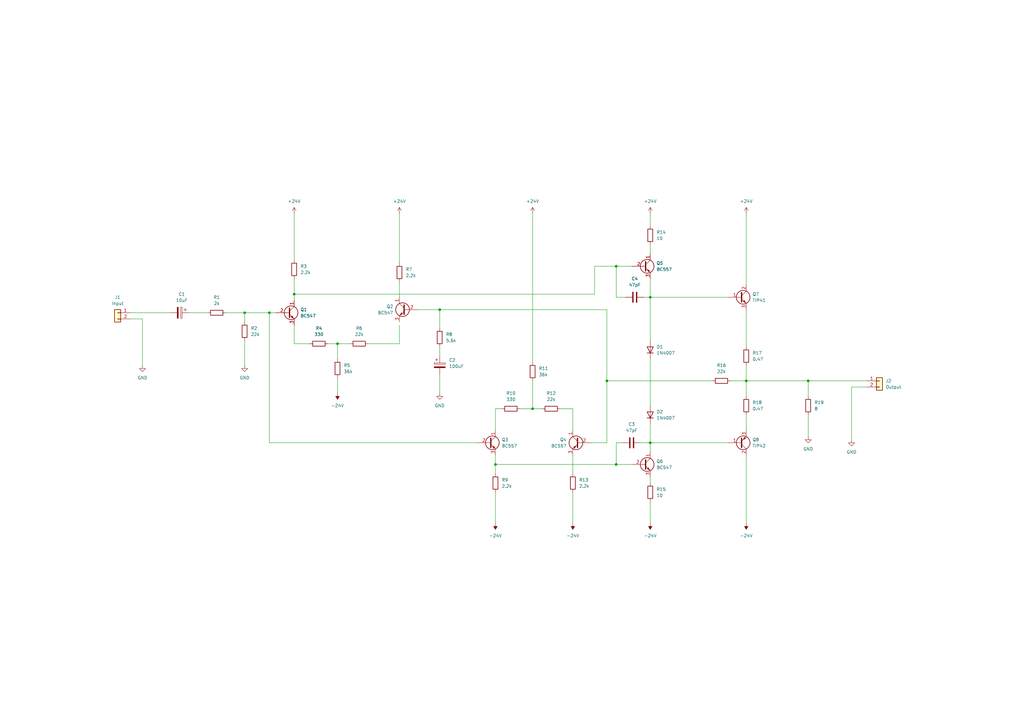
<source format=kicad_sch>
(kicad_sch (version 20211123) (generator eeschema)
  (paper "A3")
  (lib_symbols
    (symbol "Connector_Generic:Conn_01x02" (pin_names (offset 1.016) hide)
      (property "Reference" "J" (at 0 2.54 0))
      (property "Value" "Conn_01x02" (at 0 -5.08 0))
      (symbol "Conn_01x02_1_1"
        (rectangle (start -1.27 -2.413) (end 0 -2.667) (stroke (width 0.1524)))
        (rectangle (start -1.27 0.127) (end 0 -0.127) (stroke (width 0.1524)))
        (rectangle (start -1.27 1.27) (end 1.27 -3.81) (stroke (width 0.254)) (fill (type background)))
        (pin passive line (at -5.08 0 0) (length 3.81) (name "Pin_1") (number "1"))
        (pin passive line (at -5.08 -2.54 0) (length 3.81) (name "Pin_2") (number "2"))
      )
    )
    (symbol "Device:C" (pin_numbers hide) (pin_names (offset 0.254))
      (property "Reference" "C" (at 0.635 2.54 0))
      (property "Value" "C" (at 0.635 -2.54 0))
      (symbol "C_0_1"
        (polyline (pts (xy -2.032 -0.762) (xy 2.032 -0.762)) (stroke (width 0.508)))
        (polyline (pts (xy -2.032 0.762) (xy 2.032 0.762)) (stroke (width 0.508)))
      )
      (symbol "C_1_1"
        (pin passive line (at 0 3.81 270) (length 2.794) (name "~") (number "1"))
        (pin passive line (at 0 -3.81 90) (length 2.794) (name "~") (number "2"))
      )
    )
    (symbol "Device:C_Polarized" (pin_numbers hide) (pin_names (offset 0.254))
      (property "Reference" "C" (at 0.635 2.54 0))
      (property "Value" "C_Polarized" (at 0.635 -2.54 0))
      (symbol "C_Polarized_0_1"
        (rectangle (start -2.286 0.508) (end 2.286 1.016))
        (polyline (pts (xy -1.778 2.286) (xy -0.762 2.286)))
        (polyline (pts (xy -1.27 2.794) (xy -1.27 1.778)))
        (rectangle (start 2.286 -0.508) (end -2.286 -1.016) (fill (type outline)))
      )
      (symbol "C_Polarized_1_1"
        (pin passive line (at 0 3.81 270) (length 2.794) (name "~") (number "1"))
        (pin passive line (at 0 -3.81 90) (length 2.794) (name "~") (number "2"))
      )
    )
    (symbol "Device:R" (pin_numbers hide) (pin_names (offset 0))
      (property "Reference" "R" (at 2.032 0 90))
      (property "Value" "R" (at 0 0 90))
      (symbol "R_0_1"
        (rectangle (start -1.016 -2.54) (end 1.016 2.54) (stroke (width 0.254)))
      )
      (symbol "R_1_1"
        (pin passive line (at 0 3.81 270) (length 1.27) (name "~") (number "1"))
        (pin passive line (at 0 -3.81 90) (length 1.27) (name "~") (number "2"))
      )
    )
    (symbol "Diode:1N4007" (pin_numbers hide) (pin_names (offset 1.016) hide)
      (property "Reference" "D" (at 0 2.54 0))
      (property "Value" "1N4007" (at 0 -2.54 0))
      (symbol "1N4007_0_1"
        (polyline (pts (xy -1.27 1.27) (xy -1.27 -1.27)) (stroke (width 0.254)))
        (polyline (pts (xy 1.27 0) (xy -1.27 0)))
        (polyline (pts (xy 1.27 1.27) (xy 1.27 -1.27) (xy -1.27 0) (xy 1.27 1.27)) (stroke (width 0.254)))
      )
      (symbol "1N4007_1_1"
        (pin passive line (at -3.81 0 0) (length 2.54) (name "K") (number "1"))
        (pin passive line (at 3.81 0 180) (length 2.54) (name "A") (number "2"))
      )
    )
    (symbol "Transistor_BJT:BC547" (pin_names (offset 0) hide)
      (property "Reference" "Q" (at 5.08 1.905 0))
      (property "Value" "BC547" (at 5.08 0 0))
      (symbol "BC547_0_1"
        (polyline (pts (xy 0 0) (xy 0.635 0)))
        (polyline (pts (xy 0.635 0.635) (xy 2.54 2.54)))
        (polyline (pts (xy 0.635 -0.635) (xy 2.54 -2.54) (xy 2.54 -2.54)))
        (polyline (pts (xy 0.635 1.905) (xy 0.635 -1.905) (xy 0.635 -1.905)) (stroke (width 0.508)))
        (polyline (pts (xy 1.27 -1.778) (xy 1.778 -1.27) (xy 2.286 -2.286) (xy 1.27 -1.778) (xy 1.27 -1.778)) (fill (type outline)))
        (circle (center 1.27 0) (radius 2.8194) (stroke (width 0.254)))
      )
      (symbol "BC547_1_1"
        (pin passive line (at 2.54 5.08 270) (length 2.54) (name "C") (number "1"))
        (pin input line (at -5.08 0 0) (length 5.08) (name "B") (number "2"))
        (pin passive line (at 2.54 -5.08 90) (length 2.54) (name "E") (number "3"))
      )
    )
    (symbol "Transistor_BJT:BC557" (pin_names (offset 0) hide)
      (property "Reference" "Q" (at 5.08 1.905 0))
      (property "Value" "BC557" (at 5.08 0 0))
      (symbol "BC557_0_1"
        (polyline (pts (xy 0.635 0.635) (xy 2.54 2.54)))
        (polyline (pts (xy 0.635 -0.635) (xy 2.54 -2.54) (xy 2.54 -2.54)))
        (polyline (pts (xy 0.635 1.905) (xy 0.635 -1.905) (xy 0.635 -1.905)) (stroke (width 0.508)))
        (polyline (pts (xy 2.286 -1.778) (xy 1.778 -2.286) (xy 1.27 -1.27) (xy 2.286 -1.778) (xy 2.286 -1.778)) (fill (type outline)))
        (circle (center 1.27 0) (radius 2.8194) (stroke (width 0.254)))
      )
      (symbol "BC557_1_1"
        (pin passive line (at 2.54 5.08 270) (length 2.54) (name "C") (number "1"))
        (pin input line (at -5.08 0 0) (length 5.715) (name "B") (number "2"))
        (pin passive line (at 2.54 -5.08 90) (length 2.54) (name "E") (number "3"))
      )
    )
    (symbol "Transistor_BJT:TIP41" (pin_names (offset 0) hide)
      (property "Reference" "Q" (at 6.35 1.905 0))
      (property "Value" "TIP41" (at 6.35 0 0))
      (symbol "TIP41_0_1"
        (polyline (pts (xy 0.635 0.635) (xy 2.54 2.54)))
        (polyline (pts (xy 0.635 -0.635) (xy 2.54 -2.54) (xy 2.54 -2.54)))
        (polyline (pts (xy 0.635 1.905) (xy 0.635 -1.905) (xy 0.635 -1.905)) (stroke (width 0.508)))
        (polyline (pts (xy 1.27 -1.778) (xy 1.778 -1.27) (xy 2.286 -2.286) (xy 1.27 -1.778) (xy 1.27 -1.778)) (fill (type outline)))
        (circle (center 1.27 0) (radius 2.8194) (stroke (width 0.254)))
      )
      (symbol "TIP41_1_1"
        (pin input line (at -5.08 0 0) (length 5.715) (name "B") (number "1"))
        (pin passive line (at 2.54 5.08 270) (length 2.54) (name "C") (number "2"))
        (pin passive line (at 2.54 -5.08 90) (length 2.54) (name "E") (number "3"))
      )
    )
    (symbol "Transistor_BJT:TIP42" (pin_names (offset 0) hide)
      (property "Reference" "Q" (at 6.35 1.905 0))
      (property "Value" "TIP42" (at 6.35 0 0))
      (symbol "TIP42_0_1"
        (polyline (pts (xy 0.635 0.635) (xy 2.54 2.54)))
        (polyline (pts (xy 0.635 -0.635) (xy 2.54 -2.54) (xy 2.54 -2.54)))
        (polyline (pts (xy 0.635 1.905) (xy 0.635 -1.905) (xy 0.635 -1.905)) (stroke (width 0.508)))
        (polyline (pts (xy 2.286 -1.778) (xy 1.778 -2.286) (xy 1.27 -1.27) (xy 2.286 -1.778) (xy 2.286 -1.778)) (fill (type outline)))
        (circle (center 1.27 0) (radius 2.8194) (stroke (width 0.254)))
      )
      (symbol "TIP42_1_1"
        (pin input line (at -5.08 0 0) (length 5.715) (name "B") (number "1"))
        (pin passive line (at 2.54 5.08 270) (length 2.54) (name "C") (number "2"))
        (pin passive line (at 2.54 -5.08 90) (length 2.54) (name "E") (number "3"))
      )
    )
    (symbol "power:+24V" (power) (pin_names (offset 0))
      (property "Value" "+24V" (at 0 3.556 0))
      (symbol "+24V_0_1"
        (polyline (pts (xy -0.762 1.27) (xy 0 2.54)))
        (polyline (pts (xy 0 0) (xy 0 2.54)))
        (polyline (pts (xy 0 2.54) (xy 0.762 1.27)))
      )
      (symbol "+24V_1_1"
        (pin power_in line (at 0 0 90) (length 0) hide (name "+24V") (number "1"))
      )
    )
    (symbol "power:-24V" (power) (pin_names (offset 0))
      (property "Value" "-24V" (at 0 3.81 0))
      (symbol "-24V_0_0"
        (pin power_in line (at 0 0 90) (length 0) hide (name "-24V") (number "1"))
      )
      (symbol "-24V_0_1"
        (polyline (pts (xy 0 0) (xy 0 1.27) (xy 0.762 1.27) (xy 0 2.54) (xy -0.762 1.27) (xy 0 1.27)) (fill (type outline)))
      )
    )
    (symbol "power:GND" (power) (pin_names (offset 0))
      (property "Value" "GND" (at 0 -3.81 0))
      (symbol "GND_0_1"
        (polyline (pts (xy 0 0) (xy 0 -1.27) (xy 1.27 -1.27) (xy 0 -2.54) (xy -1.27 -1.27) (xy 0 -1.27)))
      )
      (symbol "GND_1_1"
        (pin power_in line (at 0 0 270) (length 0) hide (name "GND") (number "1"))
      )
    )
  )
  (junction (at 248.92 156.21))
  (junction (at 266.7 181.61))
  (junction (at 266.7 121.92))
  (junction (at 306.07 156.21))
  (junction (at 252.73 190.5))
  (junction (at 218.44 167.64))
  (junction (at 331.47 156.21))
  (junction (at 180.34 127))
  (junction (at 100.33 128.27))
  (junction (at 252.73 109.22))
  (junction (at 110.49 128.27))
  (junction (at 138.43 140.97))
  (junction (at 203.2 190.5))
  (junction (at 120.65 120.65))
  (wire (pts (xy 229.87 167.64) (xy 234.95 167.64)))
  (wire (pts (xy 331.47 170.18) (xy 331.47 179.07)))
  (wire (pts (xy 138.43 140.97) (xy 138.43 147.32)))
  (wire (pts (xy 120.65 87.63) (xy 120.65 106.68)))
  (wire (pts (xy 180.34 127) (xy 180.34 134.62)))
  (wire (pts (xy 180.34 153.67) (xy 180.34 161.29)))
  (wire (pts (xy 349.25 158.75) (xy 355.6 158.75)))
  (wire (pts (xy 100.33 139.7) (xy 100.33 149.86)))
  (wire (pts (xy 266.7 121.92) (xy 266.7 139.7)))
  (wire (pts (xy 243.84 109.22) (xy 243.84 120.65)))
  (wire (pts (xy 242.57 181.61) (xy 248.92 181.61)))
  (wire (pts (xy 53.34 128.27) (xy 69.85 128.27)))
  (wire (pts (xy 299.72 156.21) (xy 306.07 156.21)))
  (wire (pts (xy 266.7 173.99) (xy 266.7 181.61)))
  (wire (pts (xy 252.73 190.5) (xy 259.08 190.5)))
  (wire (pts (xy 171.45 127) (xy 180.34 127)))
  (wire (pts (xy 255.27 181.61) (xy 252.73 181.61)))
  (wire (pts (xy 110.49 128.27) (xy 110.49 181.61)))
  (wire (pts (xy 110.49 181.61) (xy 195.58 181.61)))
  (wire (pts (xy 266.7 147.32) (xy 266.7 166.37)))
  (wire (pts (xy 266.7 87.63) (xy 266.7 92.71)))
  (wire (pts (xy 306.07 127) (xy 306.07 142.24)))
  (wire (pts (xy 306.07 170.18) (xy 306.07 176.53)))
  (wire (pts (xy 248.92 156.21) (xy 292.1 156.21)))
  (wire (pts (xy 58.42 130.81) (xy 58.42 149.86)))
  (wire (pts (xy 349.25 180.34) (xy 349.25 158.75)))
  (wire (pts (xy 266.7 205.74) (xy 266.7 214.63)))
  (wire (pts (xy 110.49 128.27) (xy 113.03 128.27)))
  (wire (pts (xy 120.65 140.97) (xy 127 140.97)))
  (wire (pts (xy 163.83 115.57) (xy 163.83 121.92)))
  (wire (pts (xy 203.2 176.53) (xy 203.2 167.64)))
  (wire (pts (xy 262.89 181.61) (xy 266.7 181.61)))
  (wire (pts (xy 203.2 190.5) (xy 203.2 194.31)))
  (wire (pts (xy 120.65 120.65) (xy 120.65 123.19)))
  (wire (pts (xy 248.92 127) (xy 180.34 127)))
  (wire (pts (xy 266.7 100.33) (xy 266.7 104.14)))
  (wire (pts (xy 234.95 201.93) (xy 234.95 214.63)))
  (wire (pts (xy 306.07 186.69) (xy 306.07 214.63)))
  (wire (pts (xy 252.73 109.22) (xy 259.08 109.22)))
  (wire (pts (xy 180.34 142.24) (xy 180.34 146.05)))
  (wire (pts (xy 218.44 87.63) (xy 218.44 148.59)))
  (wire (pts (xy 248.92 156.21) (xy 248.92 127)))
  (wire (pts (xy 248.92 181.61) (xy 248.92 156.21)))
  (wire (pts (xy 331.47 156.21) (xy 355.6 156.21)))
  (wire (pts (xy 218.44 167.64) (xy 222.25 167.64)))
  (wire (pts (xy 120.65 114.3) (xy 120.65 120.65)))
  (wire (pts (xy 252.73 181.61) (xy 252.73 190.5)))
  (wire (pts (xy 266.7 195.58) (xy 266.7 198.12)))
  (wire (pts (xy 203.2 167.64) (xy 205.74 167.64)))
  (wire (pts (xy 120.65 133.35) (xy 120.65 140.97)))
  (wire (pts (xy 138.43 154.94) (xy 138.43 161.29)))
  (wire (pts (xy 306.07 149.86) (xy 306.07 156.21)))
  (wire (pts (xy 163.83 133.35) (xy 163.83 140.97)))
  (wire (pts (xy 77.47 128.27) (xy 85.09 128.27)))
  (wire (pts (xy 203.2 186.69) (xy 203.2 190.5)))
  (wire (pts (xy 252.73 121.92) (xy 252.73 109.22)))
  (wire (pts (xy 266.7 181.61) (xy 266.7 185.42)))
  (wire (pts (xy 203.2 201.93) (xy 203.2 214.63)))
  (wire (pts (xy 138.43 140.97) (xy 143.51 140.97)))
  (wire (pts (xy 218.44 156.21) (xy 218.44 167.64)))
  (wire (pts (xy 213.36 167.64) (xy 218.44 167.64)))
  (wire (pts (xy 306.07 156.21) (xy 331.47 156.21)))
  (wire (pts (xy 120.65 120.65) (xy 243.84 120.65)))
  (wire (pts (xy 92.71 128.27) (xy 100.33 128.27)))
  (wire (pts (xy 264.16 121.92) (xy 266.7 121.92)))
  (wire (pts (xy 306.07 156.21) (xy 306.07 162.56)))
  (wire (pts (xy 234.95 167.64) (xy 234.95 176.53)))
  (wire (pts (xy 163.83 87.63) (xy 163.83 107.95)))
  (wire (pts (xy 252.73 109.22) (xy 243.84 109.22)))
  (wire (pts (xy 256.54 121.92) (xy 252.73 121.92)))
  (wire (pts (xy 53.34 130.81) (xy 58.42 130.81)))
  (wire (pts (xy 234.95 186.69) (xy 234.95 194.31)))
  (wire (pts (xy 100.33 128.27) (xy 110.49 128.27)))
  (wire (pts (xy 266.7 121.92) (xy 298.45 121.92)))
  (wire (pts (xy 163.83 140.97) (xy 151.13 140.97)))
  (wire (pts (xy 306.07 87.63) (xy 306.07 116.84)))
  (wire (pts (xy 134.62 140.97) (xy 138.43 140.97)))
  (wire (pts (xy 266.7 114.3) (xy 266.7 121.92)))
  (wire (pts (xy 100.33 128.27) (xy 100.33 132.08)))
  (wire (pts (xy 331.47 156.21) (xy 331.47 162.56)))
  (wire (pts (xy 203.2 190.5) (xy 252.73 190.5)))
  (wire (pts (xy 266.7 181.61) (xy 298.45 181.61)))
  (symbol (lib_id "Device:R") (at 203.2 198.12 0) (unit 1)
    (property "Reference" "R9" (at 205.74 196.8499 0) (effects (justify left)))
    (property "Value" "2.2k" (at 205.74 199.3899 0) (effects (justify left)))
  )
  (symbol (lib_id "Device:R") (at 130.81 140.97 270) (unit 1)
    (property "Reference" "R4" (at 130.81 134.62 90))
    (property "Value" "330" (at 130.81 137.16 90))
  )
  (symbol (lib_id "Transistor_BJT:BC557") (at 264.16 109.22 0) (unit 1)
    (property "Reference" "Q5" (at 269.24 107.9499 0) (effects (justify left)))
    (property "Value" "BC557" (at 269.24 110.4899 0) (effects (justify left)))
    (property "Footprint" "Package_TO_SOT_THT:TO-92_Inline" (effects hide))
    (property "Datasheet" "https://www.onsemi.com/pub/Collateral/BC556BTA-D.pdf" (effects hide))
  )
  (symbol (lib_id "Device:C") (at 260.35 121.92 90) (unit 1)
    (property "Reference" "C4" (at 260.35 114.3 90))
    (property "Value" "47pF" (at 260.35 116.84 90))
  )
  (symbol (lib_id "power:GND") (at 180.34 161.29 0) (unit 1)
    (property "Reference" "#PWR06" (effects hide))
    (property "Value" "GND" (at 180.34 166.37 0))
  )
  (symbol (lib_id "Device:C_Polarized") (at 73.66 128.27 270) (unit 1)
    (property "Reference" "C1" (at 74.549 120.65 90))
    (property "Value" "10uF" (at 74.549 123.19 90))
  )
  (symbol (lib_id "power:GND") (at 331.47 179.07 0) (unit 1)
    (property "Reference" "#PWR014" (effects hide))
    (property "Value" "GND" (at 331.47 184.15 0))
  )
  (symbol (lib_id "Device:R") (at 88.9 128.27 90) (unit 1)
    (property "Reference" "R1" (at 88.9 121.92 90))
    (property "Value" "2k" (at 88.9 124.46 90))
  )
  (symbol (lib_id "Device:R") (at 306.07 146.05 0) (unit 1)
    (property "Reference" "R17" (at 308.61 144.7799 0) (effects (justify left)))
    (property "Value" "0.47" (at 308.61 147.3199 0) (effects (justify left)))
  )
  (symbol (lib_id "Device:R") (at 180.34 138.43 180) (unit 1)
    (property "Reference" "R8" (at 182.88 137.1599 0) (effects (justify right)))
    (property "Value" "5.6k" (at 182.88 139.6999 0) (effects (justify right)))
  )
  (symbol (lib_id "power:-24V") (at 203.2 214.63 180) (unit 1)
    (property "Reference" "#PWR07" (effects hide))
    (property "Value" "-24V" (at 203.2 219.71 0))
  )
  (symbol (lib_id "Transistor_BJT:BC557") (at 200.66 181.61 0) (unit 1)
    (property "Reference" "Q3" (at 205.74 180.3399 0) (effects (justify left)))
    (property "Value" "BC557" (at 205.74 182.8799 0) (effects (justify left)))
    (property "Footprint" "Package_TO_SOT_THT:TO-92_Inline" (effects hide))
    (property "Datasheet" "https://www.onsemi.com/pub/Collateral/BC556BTA-D.pdf" (effects hide))
  )
  (symbol (lib_id "Device:R") (at 138.43 151.13 0) (unit 1)
    (property "Reference" "R5" (at 140.97 149.8599 0) (effects (justify left)))
    (property "Value" "36k" (at 140.97 152.3999 0) (effects (justify left)))
  )
  (symbol (lib_id "Transistor_BJT:TIP41") (at 303.53 121.92 0) (unit 1)
    (property "Reference" "Q7" (at 308.61 120.6499 0) (effects (justify left)))
    (property "Value" "TIP41" (at 308.61 123.1899 0) (effects (justify left)))
    (property "Footprint" "Package_TO_SOT_THT:TO-220-3_Vertical" (effects hide))
    (property "Datasheet" "https://www.centralsemi.com/get_document.php?cmp=1&mergetype=pd&mergepath=pd&pdf_id=tip41.PDF" (effects hide))
  )
  (symbol (lib_id "Device:R") (at 306.07 166.37 0) (unit 1)
    (property "Reference" "R18" (at 308.61 165.0999 0) (effects (justify left)))
    (property "Value" "0.47" (at 308.61 167.6399 0) (effects (justify left)))
  )
  (symbol (lib_id "Device:R") (at 163.83 111.76 180) (unit 1)
    (property "Reference" "R7" (at 166.37 110.4899 0) (effects (justify right)))
    (property "Value" "2.2k" (at 166.37 113.0299 0) (effects (justify right)))
  )
  (symbol (lib_id "Device:R") (at 120.65 110.49 180) (unit 1)
    (property "Reference" "R3" (at 123.19 109.2199 0) (effects (justify right)))
    (property "Value" "2.2k" (at 123.19 111.7599 0) (effects (justify right)))
  )
  (symbol (lib_id "power:-24V") (at 306.07 214.63 180) (unit 1)
    (property "Reference" "#PWR013" (effects hide))
    (property "Value" "-24V" (at 306.07 219.71 0))
  )
  (symbol (lib_id "power:+24V") (at 163.83 87.63 0) (unit 1)
    (property "Reference" "#PWR05" (effects hide))
    (property "Value" "+24V" (at 163.83 82.55 0))
  )
  (symbol (lib_id "Device:R") (at 147.32 140.97 270) (unit 1)
    (property "Reference" "R6" (at 147.32 134.62 90))
    (property "Value" "22k" (at 147.32 137.16 90))
  )
  (symbol (lib_id "power:-24V") (at 234.95 214.63 180) (unit 1)
    (property "Reference" "#PWR09" (effects hide))
    (property "Value" "-24V" (at 234.95 219.71 0))
  )
  (symbol (lib_id "Device:R") (at 295.91 156.21 90) (unit 1)
    (property "Reference" "R16" (at 295.91 149.86 90))
    (property "Value" "22k" (at 295.91 152.4 90))
  )
  (symbol (lib_id "Device:R") (at 209.55 167.64 270) (unit 1)
    (property "Reference" "R10" (at 209.55 161.29 90))
    (property "Value" "330" (at 209.55 163.83 90))
  )
  (symbol (lib_id "power:GND") (at 349.25 180.34 0) (unit 1)
    (property "Reference" "#PWR015" (effects hide))
    (property "Value" "GND" (at 349.25 185.42 0))
  )
  (symbol (lib_id "power:+24V") (at 218.44 87.63 0) (unit 1)
    (property "Reference" "#PWR08" (effects hide))
    (property "Value" "+24V" (at 218.44 82.55 0))
  )
  (symbol (lib_id "Transistor_BJT:BC547") (at 118.11 128.27 0) (unit 1)
    (property "Reference" "Q1" (at 123.19 126.9999 0) (effects (justify left)))
    (property "Value" "BC547" (at 123.19 129.5399 0) (effects (justify left)))
    (property "Footprint" "Package_TO_SOT_THT:TO-92_Inline" (effects hide))
    (property "Datasheet" "https://www.onsemi.com/pub/Collateral/BC550-D.pdf" (effects hide))
  )
  (symbol (lib_id "Device:R") (at 266.7 96.52 0) (unit 1)
    (property "Reference" "R14" (at 269.24 95.2499 0) (effects (justify left)))
    (property "Value" "10" (at 269.24 97.7899 0) (effects (justify left)))
  )
  (symbol (lib_id "Device:R") (at 100.33 135.89 180) (unit 1)
    (property "Reference" "R2" (at 102.87 134.6199 0) (effects (justify right)))
    (property "Value" "22k" (at 102.87 137.1599 0) (effects (justify right)))
  )
  (symbol (lib_id "power:+24V") (at 120.65 87.63 0) (unit 1)
    (property "Reference" "#PWR03" (effects hide))
    (property "Value" "+24V" (at 120.65 82.55 0))
  )
  (symbol (lib_id "power:-24V") (at 138.43 161.29 180) (unit 1)
    (property "Reference" "#PWR04" (effects hide))
    (property "Value" "-24V" (at 138.43 166.37 0))
  )
  (symbol (lib_id "power:-24V") (at 266.7 214.63 180) (unit 1)
    (property "Reference" "#PWR011" (effects hide))
    (property "Value" "-24V" (at 266.7 219.71 0))
  )
  (symbol (lib_id "power:GND") (at 58.42 149.86 0) (unit 1)
    (property "Reference" "#PWR01" (effects hide))
    (property "Value" "GND" (at 58.42 154.94 0))
  )
  (symbol (lib_id "Transistor_BJT:TIP42") (at 303.53 181.61 0) (mirror x) (unit 1)
    (property "Reference" "Q8" (at 308.61 180.3399 0) (effects (justify left)))
    (property "Value" "TIP42" (at 308.61 182.8799 0) (effects (justify left)))
    (property "Footprint" "Package_TO_SOT_THT:TO-220-3_Vertical" (effects hide))
    (property "Datasheet" "https://www.centralsemi.com/get_document.php?cmp=1&mergetype=pd&mergepath=pd&pdf_id=TIP42.PDF" (effects hide))
  )
  (symbol (lib_id "Connector_Generic:Conn_01x02") (at 360.68 156.21 0) (unit 1)
    (property "Reference" "J2" (at 363.22 156.2099 0) (effects (justify left)))
    (property "Value" "Output" (at 363.22 158.7499 0) (effects (justify left)))
  )
  (symbol (lib_id "Device:C_Polarized") (at 180.34 149.86 0) (unit 1)
    (property "Reference" "C2" (at 184.15 147.7009 0) (effects (justify left)))
    (property "Value" "100uF" (at 184.15 150.2409 0) (effects (justify left)))
  )
  (symbol (lib_id "Device:R") (at 266.7 201.93 0) (unit 1)
    (property "Reference" "R15" (at 269.24 200.6599 0) (effects (justify left)))
    (property "Value" "10" (at 269.24 203.1999 0) (effects (justify left)))
  )
  (symbol (lib_id "power:GND") (at 100.33 149.86 0) (unit 1)
    (property "Reference" "#PWR02" (effects hide))
    (property "Value" "GND" (at 100.33 154.94 0))
  )
  (symbol (lib_id "Connector_Generic:Conn_01x02") (at 48.26 128.27 0) (mirror y) (unit 1)
    (property "Reference" "J1" (at 48.26 121.92 0))
    (property "Value" "Input" (at 48.26 124.46 0))
  )
  (symbol (lib_id "Transistor_BJT:BC547") (at 264.16 190.5 0) (unit 1)
    (property "Reference" "Q6" (at 269.24 189.2299 0) (effects (justify left)))
    (property "Value" "BC547" (at 269.24 191.7699 0) (effects (justify left)))
    (property "Footprint" "Package_TO_SOT_THT:TO-92_Inline" (effects hide))
    (property "Datasheet" "https://www.onsemi.com/pub/Collateral/BC550-D.pdf" (effects hide))
  )
  (symbol (lib_id "Device:R") (at 331.47 166.37 0) (unit 1)
    (property "Reference" "R19" (at 334.01 165.0999 0) (effects (justify left)))
    (property "Value" "8" (at 334.01 167.6399 0) (effects (justify left)))
  )
  (symbol (lib_id "Device:R") (at 234.95 198.12 0) (unit 1)
    (property "Reference" "R13" (at 237.49 196.8499 0) (effects (justify left)))
    (property "Value" "2.2k" (at 237.49 199.3899 0) (effects (justify left)))
  )
  (symbol (lib_id "Device:R") (at 218.44 152.4 0) (unit 1)
    (property "Reference" "R11" (at 220.98 151.1299 0) (effects (justify left)))
    (property "Value" "36k" (at 220.98 153.6699 0) (effects (justify left)))
  )
  (symbol (lib_id "Transistor_BJT:BC547") (at 166.37 127 0) (mirror y) (unit 1)
    (property "Reference" "Q2" (at 161.29 125.7299 0) (effects (justify left)))
    (property "Value" "BC547" (at 161.29 128.2699 0) (effects (justify left)))
    (property "Footprint" "Package_TO_SOT_THT:TO-92_Inline" (effects hide))
    (property "Datasheet" "https://www.onsemi.com/pub/Collateral/BC550-D.pdf" (effects hide))
  )
  (symbol (lib_id "power:+24V") (at 266.7 87.63 0) (unit 1)
    (property "Reference" "#PWR010" (effects hide))
    (property "Value" "+24V" (at 266.7 82.55 0))
  )
  (symbol (lib_id "Diode:1N4007") (at 266.7 143.51 90) (unit 1)
    (property "Reference" "D1" (at 269.24 142.2399 90) (effects (justify right)))
    (property "Value" "1N4007" (at 269.24 144.7799 90) (effects (justify right)))
    (property "Footprint" "Diode_THT:D_DO-41_SOD81_P10.16mm_Horizontal" (effects hide))
    (property "Datasheet" "http://www.vishay.com/docs/88503/1n4001.pdf" (effects hide))
  )
  (symbol (lib_id "Device:C") (at 259.08 181.61 90) (unit 1)
    (property "Reference" "C3" (at 259.08 173.99 90))
    (property "Value" "47pF" (at 259.08 176.53 90))
  )
  (symbol (lib_id "power:+24V") (at 306.07 87.63 0) (unit 1)
    (property "Reference" "#PWR012" (effects hide))
    (property "Value" "+24V" (at 306.07 82.55 0))
  )
  (symbol (lib_id "Diode:1N4007") (at 266.7 170.18 90) (unit 1)
    (property "Reference" "D2" (at 269.24 168.9099 90) (effects (justify right)))
    (property "Value" "1N4007" (at 269.24 171.4499 90) (effects (justify right)))
    (property "Footprint" "Diode_THT:D_DO-41_SOD81_P10.16mm_Horizontal" (effects hide))
    (property "Datasheet" "http://www.vishay.com/docs/88503/1n4001.pdf" (effects hide))
  )
  (symbol (lib_id "Transistor_BJT:BC557") (at 237.49 181.61 0) (mirror y) (unit 1)
    (property "Reference" "Q4" (at 232.41 180.3399 0) (effects (justify left)))
    (property "Value" "BC557" (at 232.41 182.8799 0) (effects (justify left)))
    (property "Footprint" "Package_TO_SOT_THT:TO-92_Inline" (effects hide))
    (property "Datasheet" "https://www.onsemi.com/pub/Collateral/BC556BTA-D.pdf" (effects hide))
  )
  (symbol (lib_id "Device:R") (at 226.06 167.64 270) (unit 1)
    (property "Reference" "R12" (at 226.06 161.29 90))
    (property "Value" "22k" (at 226.06 163.83 90))
  )
)
</source>
